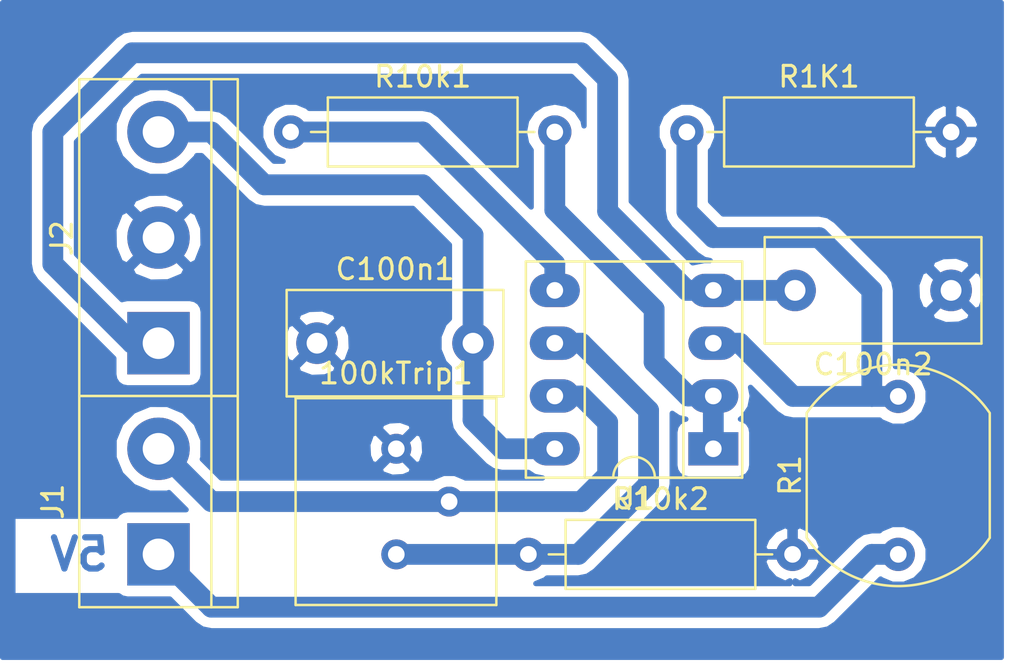
<source format=kicad_pcb>
(kicad_pcb (version 4) (host pcbnew 4.0.6)

  (general
    (links 19)
    (no_connects 0)
    (area 120.65 97.79 170.405 129.540001)
    (thickness 1.6)
    (drawings 2)
    (tracks 54)
    (zones 0)
    (modules 10)
    (nets 10)
  )

  (page A4)
  (layers
    (0 F.Cu signal)
    (31 B.Cu signal)
    (32 B.Adhes user)
    (33 F.Adhes user)
    (34 B.Paste user)
    (35 F.Paste user)
    (36 B.SilkS user)
    (37 F.SilkS user)
    (38 B.Mask user)
    (39 F.Mask user)
    (40 Dwgs.User user)
    (41 Cmts.User user)
    (42 Eco1.User user)
    (43 Eco2.User user)
    (44 Edge.Cuts user)
    (45 Margin user)
    (46 B.CrtYd user)
    (47 F.CrtYd user)
    (48 B.Fab user)
    (49 F.Fab user)
  )

  (setup
    (last_trace_width 1)
    (trace_clearance 0.5)
    (zone_clearance 0.508)
    (zone_45_only no)
    (trace_min 0.2)
    (segment_width 0.2)
    (edge_width 0.15)
    (via_size 2)
    (via_drill 1.5)
    (via_min_size 0.4)
    (via_min_drill 0.3)
    (uvia_size 0.3)
    (uvia_drill 0.1)
    (uvias_allowed no)
    (uvia_min_size 0.2)
    (uvia_min_drill 0.1)
    (pcb_text_width 0.3)
    (pcb_text_size 1.5 1.5)
    (mod_edge_width 0.15)
    (mod_text_size 1 1)
    (mod_text_width 0.15)
    (pad_size 1.524 1.524)
    (pad_drill 0.762)
    (pad_to_mask_clearance 0.2)
    (aux_axis_origin 0 0)
    (visible_elements 7FFFFFFF)
    (pcbplotparams
      (layerselection 0x00030_80000001)
      (usegerberextensions false)
      (excludeedgelayer true)
      (linewidth 0.100000)
      (plotframeref false)
      (viasonmask false)
      (mode 1)
      (useauxorigin false)
      (hpglpennumber 1)
      (hpglpenspeed 20)
      (hpglpendiameter 15)
      (hpglpenoverlay 2)
      (psnegative false)
      (psa4output false)
      (plotreference true)
      (plotvalue true)
      (plotinvisibletext false)
      (padsonsilk false)
      (subtractmaskfromsilk false)
      (outputformat 1)
      (mirror false)
      (drillshape 1)
      (scaleselection 1)
      (outputdirectory ""))
  )

  (net 0 "")
  (net 1 /GND)
  (net 2 /OUT)
  (net 3 "Net-(100kTrip1-Pad1)")
  (net 4 /+15V)
  (net 5 /-15V)
  (net 6 /5V)
  (net 7 "Net-(R1-Pad2)")
  (net 8 "Net-(R10k1-Pad1)")
  (net 9 "Net-(R10k1-Pad2)")

  (net_class Default "This is the default net class."
    (clearance 0.5)
    (trace_width 1)
    (via_dia 2)
    (via_drill 1.5)
    (uvia_dia 0.3)
    (uvia_drill 0.1)
    (add_net /+15V)
    (add_net /-15V)
    (add_net /5V)
    (add_net /GND)
    (add_net /OUT)
    (add_net "Net-(100kTrip1-Pad1)")
    (add_net "Net-(R1-Pad2)")
    (add_net "Net-(R10k1-Pad1)")
    (add_net "Net-(R10k1-Pad2)")
  )

  (module Potentiometers:Potentiometer_Trimmer_Suntan_TSR-3386P_Horizontal (layer F.Cu) (tedit 58826B09) (tstamp 5922EED1)
    (at 139.7 124.46)
    (descr "Potentiometer, horizontally mounted, Omeg PC16PU, Omeg PC16PU, Omeg PC16PU, Vishay/Spectrol 248GJ/249GJ Single, Vishay/Spectrol 248GJ/249GJ Single, Vishay/Spectrol 248GJ/249GJ Single, Vishay/Spectrol 248GH/249GH Single, Vishay/Spectrol 148/149 Single, Vishay/Spectrol 148/149 Single, Vishay/Spectrol 148/149 Single, Vishay/Spectrol 148A/149A Single with mounting plates, Vishay/Spectrol 148/149 Double, Vishay/Spectrol 148A/149A Double with mounting plates, Piher PC-16 Single, Piher PC-16 Single, Piher PC-16 Single, Piher PC-16SV Single, Piher PC-16 Double, Piher PC-16 Triple, Piher T16H Single, Piher T16L Single, Piher T16H Double, Alps RK163 Single, Alps RK163 Double, Alps RK097 Single, Alps RK097 Double, Bourns PTV09A-2 Single with mounting sleve Single, Bourns PTV09A-1 with mounting sleve Single, Bourns PRS11S Single, Alps RK09K Single with mounting sleve Single, Alps RK09K with mounting sleve Single, Alps RK09L Single, Alps RK09L Single, Alps RK09L Double, Alps RK09L Double, Alps RK09Y Single, Bourns 3339S Single, Bourns 3339S Single, Bourns 3339P Single, Bourns 3339H Single, Vishay T7YA Single, Suntan TSR-3386H Single, Suntan TSR-3386H Single, Suntan TSR-3386P Single, http://www.Suntan.com/docs/51016/TSR-3386.pdf")
    (tags "Potentiometer horizontal  Omeg PC16PU  Omeg PC16PU  Omeg PC16PU  Vishay/Spectrol 248GJ/249GJ Single  Vishay/Spectrol 248GJ/249GJ Single  Vishay/Spectrol 248GJ/249GJ Single  Vishay/Spectrol 248GH/249GH Single  Vishay/Spectrol 148/149 Single  Vishay/Spectrol 148/149 Single  Vishay/Spectrol 148/149 Single  Vishay/Spectrol 148A/149A Single with mounting plates  Vishay/Spectrol 148/149 Double  Vishay/Spectrol 148A/149A Double with mounting plates  Piher PC-16 Single  Piher PC-16 Single  Piher PC-16 Single  Piher PC-16SV Single  Piher PC-16 Double  Piher PC-16 Triple  Piher T16H Single  Piher T16L Single  Piher T16H Double  Alps RK163 Single  Alps RK163 Double  Alps RK097 Single  Alps RK097 Double  Bourns PTV09A-2 Single with mounting sleve Single  Bourns PTV09A-1 with mounting sleve Single  Bourns PRS11S Single  Alps RK09K Single with mounting sleve Single  Alps RK09K with mounting sleve Single  Alps RK09L Single  Alps RK09L Single  Alps RK09L Double  Alps RK09L Double  Alps RK09Y Single  Bourns 3339S Single  Bourns 3339S Single  Bourns 3339P Single  Bourns 3339H Single  Vishay T7YA Single  Suntan TSR-3386H Single  Suntan TSR-3386H Single  Suntan TSR-3386P Single")
    (path /5922E366)
    (fp_text reference 100kTrip1 (at -0.015 -8.705) (layer F.SilkS)
      (effects (font (size 1 1) (thickness 0.15)))
    )
    (fp_text value POT_TRIM (at -0.015 3.625) (layer F.Fab)
      (effects (font (size 1 1) (thickness 0.15)))
    )
    (fp_circle (center -0.89 -2.54) (end 0.685 -2.54) (layer F.Fab) (width 0.1))
    (fp_circle (center -0.891 -2.54) (end 0.684 -2.54) (layer F.Fab) (width 0.1))
    (fp_line (start -4.78 -7.455) (end -4.78 2.375) (layer F.Fab) (width 0.1))
    (fp_line (start -4.78 2.375) (end 4.75 2.375) (layer F.Fab) (width 0.1))
    (fp_line (start 4.75 2.375) (end 4.75 -7.455) (layer F.Fab) (width 0.1))
    (fp_line (start 4.75 -7.455) (end -4.78 -7.455) (layer F.Fab) (width 0.1))
    (fp_line (start 0.305 -3.542) (end -1.893 -1.345) (layer F.Fab) (width 0.1))
    (fp_line (start 0.113 -3.734) (end -2.085 -1.537) (layer F.Fab) (width 0.1))
    (fp_line (start -4.84 -7.515) (end 4.81 -7.515) (layer F.SilkS) (width 0.12))
    (fp_line (start -4.84 2.435) (end 4.81 2.435) (layer F.SilkS) (width 0.12))
    (fp_line (start -4.84 -7.515) (end -4.84 2.435) (layer F.SilkS) (width 0.12))
    (fp_line (start 4.81 -7.515) (end 4.81 2.435) (layer F.SilkS) (width 0.12))
    (fp_line (start -5.05 -7.75) (end -5.05 2.65) (layer F.CrtYd) (width 0.05))
    (fp_line (start -5.05 2.65) (end 5 2.65) (layer F.CrtYd) (width 0.05))
    (fp_line (start 5 2.65) (end 5 -7.75) (layer F.CrtYd) (width 0.05))
    (fp_line (start 5 -7.75) (end -5.05 -7.75) (layer F.CrtYd) (width 0.05))
    (pad 3 thru_hole circle (at 0 -5.08) (size 1.44 1.44) (drill 0.8) (layers *.Cu *.Mask)
      (net 1 /GND))
    (pad 2 thru_hole circle (at 2.54 -2.54) (size 1.44 1.44) (drill 0.8) (layers *.Cu *.Mask)
      (net 2 /OUT))
    (pad 1 thru_hole circle (at 0 0) (size 1.44 1.44) (drill 0.8) (layers *.Cu *.Mask)
      (net 3 "Net-(100kTrip1-Pad1)"))
    (model Potentiometers.3dshapes/Potentiometer_Trimmer_Suntan_TSR-3386P_Horizontal.wrl
      (at (xyz 0 0 0))
      (scale (xyz 0.393701 0.393701 0.393701))
      (rotate (xyz 0 0 0))
    )
  )

  (module Capacitors_THT:C_Rect_L10.3mm_W5.0mm_P7.50mm_MKS4 (layer F.Cu) (tedit 5920C257) (tstamp 5922EED7)
    (at 135.89 114.3)
    (descr "C, Rect series, Radial, pin pitch=7.50mm, , length*width=10.3*5mm^2, Capacitor, http://www.wima.com/EN/WIMA_MKS_4.pdf")
    (tags "C Rect series Radial pin pitch 7.50mm  length 10.3mm width 5mm Capacitor")
    (path /5922E78E)
    (fp_text reference C100n1 (at 3.75 -3.56) (layer F.SilkS)
      (effects (font (size 1 1) (thickness 0.15)))
    )
    (fp_text value C (at 3.75 3.56) (layer F.Fab)
      (effects (font (size 1 1) (thickness 0.15)))
    )
    (fp_text user %R (at 3.75 0) (layer F.Fab)
      (effects (font (size 1 1) (thickness 0.15)))
    )
    (fp_line (start -1.4 -2.5) (end -1.4 2.5) (layer F.Fab) (width 0.1))
    (fp_line (start -1.4 2.5) (end 8.9 2.5) (layer F.Fab) (width 0.1))
    (fp_line (start 8.9 2.5) (end 8.9 -2.5) (layer F.Fab) (width 0.1))
    (fp_line (start 8.9 -2.5) (end -1.4 -2.5) (layer F.Fab) (width 0.1))
    (fp_line (start -1.46 -2.56) (end 8.96 -2.56) (layer F.SilkS) (width 0.12))
    (fp_line (start -1.46 2.56) (end 8.96 2.56) (layer F.SilkS) (width 0.12))
    (fp_line (start -1.46 -2.56) (end -1.46 2.56) (layer F.SilkS) (width 0.12))
    (fp_line (start 8.96 -2.56) (end 8.96 2.56) (layer F.SilkS) (width 0.12))
    (fp_line (start -1.75 -2.85) (end -1.75 2.85) (layer F.CrtYd) (width 0.05))
    (fp_line (start -1.75 2.85) (end 9.25 2.85) (layer F.CrtYd) (width 0.05))
    (fp_line (start 9.25 2.85) (end 9.25 -2.85) (layer F.CrtYd) (width 0.05))
    (fp_line (start 9.25 -2.85) (end -1.75 -2.85) (layer F.CrtYd) (width 0.05))
    (pad 1 thru_hole circle (at 0 0) (size 2 2) (drill 1) (layers *.Cu *.Mask)
      (net 1 /GND))
    (pad 2 thru_hole circle (at 7.5 0) (size 2 2) (drill 1) (layers *.Cu *.Mask)
      (net 4 /+15V))
    (model ${KISYS3DMOD}/Capacitors_THT.3dshapes/C_Rect_L10.3mm_W5.0mm_P7.50mm_MKS4.wrl
      (at (xyz 0 0 0))
      (scale (xyz 0.393701 0.393701 0.393701))
      (rotate (xyz 0 0 0))
    )
  )

  (module Capacitors_THT:C_Rect_L10.3mm_W5.0mm_P7.50mm_MKS4 (layer F.Cu) (tedit 5920C257) (tstamp 5922EEDD)
    (at 166.37 111.76 180)
    (descr "C, Rect series, Radial, pin pitch=7.50mm, , length*width=10.3*5mm^2, Capacitor, http://www.wima.com/EN/WIMA_MKS_4.pdf")
    (tags "C Rect series Radial pin pitch 7.50mm  length 10.3mm width 5mm Capacitor")
    (path /5922E970)
    (fp_text reference C100n2 (at 3.75 -3.56 180) (layer F.SilkS)
      (effects (font (size 1 1) (thickness 0.15)))
    )
    (fp_text value C (at 3.75 3.56 180) (layer F.Fab)
      (effects (font (size 1 1) (thickness 0.15)))
    )
    (fp_text user %R (at 3.75 0 180) (layer F.Fab)
      (effects (font (size 1 1) (thickness 0.15)))
    )
    (fp_line (start -1.4 -2.5) (end -1.4 2.5) (layer F.Fab) (width 0.1))
    (fp_line (start -1.4 2.5) (end 8.9 2.5) (layer F.Fab) (width 0.1))
    (fp_line (start 8.9 2.5) (end 8.9 -2.5) (layer F.Fab) (width 0.1))
    (fp_line (start 8.9 -2.5) (end -1.4 -2.5) (layer F.Fab) (width 0.1))
    (fp_line (start -1.46 -2.56) (end 8.96 -2.56) (layer F.SilkS) (width 0.12))
    (fp_line (start -1.46 2.56) (end 8.96 2.56) (layer F.SilkS) (width 0.12))
    (fp_line (start -1.46 -2.56) (end -1.46 2.56) (layer F.SilkS) (width 0.12))
    (fp_line (start 8.96 -2.56) (end 8.96 2.56) (layer F.SilkS) (width 0.12))
    (fp_line (start -1.75 -2.85) (end -1.75 2.85) (layer F.CrtYd) (width 0.05))
    (fp_line (start -1.75 2.85) (end 9.25 2.85) (layer F.CrtYd) (width 0.05))
    (fp_line (start 9.25 2.85) (end 9.25 -2.85) (layer F.CrtYd) (width 0.05))
    (fp_line (start 9.25 -2.85) (end -1.75 -2.85) (layer F.CrtYd) (width 0.05))
    (pad 1 thru_hole circle (at 0 0 180) (size 2 2) (drill 1) (layers *.Cu *.Mask)
      (net 1 /GND))
    (pad 2 thru_hole circle (at 7.5 0 180) (size 2 2) (drill 1) (layers *.Cu *.Mask)
      (net 5 /-15V))
    (model ${KISYS3DMOD}/Capacitors_THT.3dshapes/C_Rect_L10.3mm_W5.0mm_P7.50mm_MKS4.wrl
      (at (xyz 0 0 0))
      (scale (xyz 0.393701 0.393701 0.393701))
      (rotate (xyz 0 0 0))
    )
  )

  (module Connectors01:bornier2 (layer F.Cu) (tedit 587FD522) (tstamp 5922EEE3)
    (at 128.27 124.46 90)
    (descr "Bornier d'alimentation 2 pins")
    (tags DEV)
    (path /592303FA)
    (fp_text reference J1 (at 2.54 -5.08 90) (layer F.SilkS)
      (effects (font (size 1 1) (thickness 0.15)))
    )
    (fp_text value CONN_01X02 (at 2.54 5.08 90) (layer F.Fab)
      (effects (font (size 1 1) (thickness 0.15)))
    )
    (fp_line (start -2.41 2.55) (end 7.49 2.55) (layer F.Fab) (width 0.1))
    (fp_line (start -2.46 -3.75) (end -2.46 3.75) (layer F.Fab) (width 0.1))
    (fp_line (start -2.46 3.75) (end 7.54 3.75) (layer F.Fab) (width 0.1))
    (fp_line (start 7.54 3.75) (end 7.54 -3.75) (layer F.Fab) (width 0.1))
    (fp_line (start 7.54 -3.75) (end -2.46 -3.75) (layer F.Fab) (width 0.1))
    (fp_line (start 7.62 2.54) (end -2.54 2.54) (layer F.SilkS) (width 0.12))
    (fp_line (start 7.62 3.81) (end 7.62 -3.81) (layer F.SilkS) (width 0.12))
    (fp_line (start 7.62 -3.81) (end -2.54 -3.81) (layer F.SilkS) (width 0.12))
    (fp_line (start -2.54 -3.81) (end -2.54 3.81) (layer F.SilkS) (width 0.12))
    (fp_line (start -2.54 3.81) (end 7.62 3.81) (layer F.SilkS) (width 0.12))
    (fp_line (start -2.71 -4) (end 7.79 -4) (layer F.CrtYd) (width 0.05))
    (fp_line (start -2.71 -4) (end -2.71 4) (layer F.CrtYd) (width 0.05))
    (fp_line (start 7.79 4) (end 7.79 -4) (layer F.CrtYd) (width 0.05))
    (fp_line (start 7.79 4) (end -2.71 4) (layer F.CrtYd) (width 0.05))
    (pad 1 thru_hole rect (at 0 0 90) (size 3 3) (drill 1.52) (layers *.Cu *.Mask)
      (net 6 /5V))
    (pad 2 thru_hole circle (at 5.08 0 90) (size 3 3) (drill 1.52) (layers *.Cu *.Mask)
      (net 2 /OUT))
    (model Connectors.3dshapes/bornier2.wrl
      (at (xyz 0 0 0))
      (scale (xyz 1 1 1))
      (rotate (xyz 0 0 0))
    )
  )

  (module Connectors:bornier3 (layer F.Cu) (tedit 587FD5F2) (tstamp 5922EEEA)
    (at 128.27 114.3 90)
    (descr "Bornier d'alimentation 3 pins")
    (tags DEV)
    (path /5923046B)
    (fp_text reference J2 (at 5.05 -4.65 90) (layer F.SilkS)
      (effects (font (size 1 1) (thickness 0.15)))
    )
    (fp_text value CONN_01X03 (at 5.08 5.08 90) (layer F.Fab)
      (effects (font (size 1 1) (thickness 0.15)))
    )
    (fp_line (start -2.47 2.55) (end 12.63 2.55) (layer F.Fab) (width 0.1))
    (fp_line (start -2.47 -3.75) (end 12.63 -3.75) (layer F.Fab) (width 0.1))
    (fp_line (start 12.63 -3.75) (end 12.63 3.75) (layer F.Fab) (width 0.1))
    (fp_line (start 12.63 3.75) (end -2.47 3.75) (layer F.Fab) (width 0.1))
    (fp_line (start -2.47 3.75) (end -2.47 -3.75) (layer F.Fab) (width 0.1))
    (fp_line (start -2.54 3.81) (end -2.54 -3.81) (layer F.SilkS) (width 0.12))
    (fp_line (start 12.7 3.81) (end 12.7 -3.81) (layer F.SilkS) (width 0.12))
    (fp_line (start -2.54 2.54) (end 12.7 2.54) (layer F.SilkS) (width 0.12))
    (fp_line (start -2.54 -3.81) (end 12.7 -3.81) (layer F.SilkS) (width 0.12))
    (fp_line (start -2.54 3.81) (end 12.7 3.81) (layer F.SilkS) (width 0.12))
    (fp_line (start -2.72 -4) (end 12.88 -4) (layer F.CrtYd) (width 0.05))
    (fp_line (start -2.72 -4) (end -2.72 4) (layer F.CrtYd) (width 0.05))
    (fp_line (start 12.88 4) (end 12.88 -4) (layer F.CrtYd) (width 0.05))
    (fp_line (start 12.88 4) (end -2.72 4) (layer F.CrtYd) (width 0.05))
    (pad 1 thru_hole rect (at 0 0 90) (size 3 3) (drill 1.52) (layers *.Cu *.Mask)
      (net 5 /-15V))
    (pad 2 thru_hole circle (at 5.08 0 90) (size 3 3) (drill 1.52) (layers *.Cu *.Mask)
      (net 1 /GND))
    (pad 3 thru_hole circle (at 10.16 0 90) (size 3 3) (drill 1.52) (layers *.Cu *.Mask)
      (net 4 /+15V))
    (model Connectors.3dshapes/bornier3.wrl
      (at (xyz 0 0 0))
      (scale (xyz 1 1 1))
      (rotate (xyz 0 0 0))
    )
  )

  (module Opto-Devices:Resistor_LDR_10x8.5_RM7.6 (layer F.Cu) (tedit 588BD0EB) (tstamp 5922EEF0)
    (at 163.83 124.46 90)
    (descr "Resistor, LDR 10x8.5mm")
    (tags "Resistor LDR10.8.5mm")
    (path /5922E10B)
    (fp_text reference R1 (at 3.8 -5.2 90) (layer F.SilkS)
      (effects (font (size 1 1) (thickness 0.15)))
    )
    (fp_text value LDR03 (at 3.7 5.2 90) (layer F.Fab)
      (effects (font (size 1 1) (thickness 0.15)))
    )
    (fp_line (start 0.8 4.4) (end 6.8 4.4) (layer F.SilkS) (width 0.12))
    (fp_line (start 0.8 -4.4) (end 6.8 -4.4) (layer F.SilkS) (width 0.12))
    (fp_line (start 2.9 -1.8) (end 4.7 -1.8) (layer F.Fab) (width 0.1))
    (fp_line (start 4.7 -1.8) (end 4.7 -1.2) (layer F.Fab) (width 0.1))
    (fp_line (start 4.7 -1.2) (end 2.9 -1.2) (layer F.Fab) (width 0.1))
    (fp_line (start 2.9 -1.2) (end 2.9 -0.6) (layer F.Fab) (width 0.1))
    (fp_line (start 2.9 -0.6) (end 4.7 -0.6) (layer F.Fab) (width 0.1))
    (fp_line (start 4.7 -0.6) (end 4.7 0) (layer F.Fab) (width 0.1))
    (fp_line (start 4.7 0) (end 2.9 0) (layer F.Fab) (width 0.1))
    (fp_line (start 2.9 0) (end 2.9 0.6) (layer F.Fab) (width 0.1))
    (fp_line (start 2.9 0.6) (end 4.7 0.6) (layer F.Fab) (width 0.1))
    (fp_line (start 4.7 0.6) (end 4.7 1.2) (layer F.Fab) (width 0.1))
    (fp_line (start 4.7 1.2) (end 2.9 1.2) (layer F.Fab) (width 0.1))
    (fp_line (start 2.9 1.2) (end 2.9 1.8) (layer F.Fab) (width 0.1))
    (fp_line (start 2.9 1.8) (end 4.7 1.8) (layer F.Fab) (width 0.1))
    (fp_line (start 6.8 4.25) (end 0.8 4.25) (layer F.Fab) (width 0.1))
    (fp_line (start 0.8 -4.25) (end 6.8 -4.25) (layer F.Fab) (width 0.1))
    (fp_line (start -1.65 -4.5) (end 9.25 -4.5) (layer F.CrtYd) (width 0.05))
    (fp_line (start -1.65 -4.5) (end -1.65 4.5) (layer F.CrtYd) (width 0.05))
    (fp_line (start 9.25 4.5) (end 9.25 -4.5) (layer F.CrtYd) (width 0.05))
    (fp_line (start 9.25 4.5) (end -1.65 4.5) (layer F.CrtYd) (width 0.05))
    (fp_arc (start 3.8 0) (end 0.8 4.4) (angle 111) (layer F.SilkS) (width 0.12))
    (fp_arc (start 3.8 0) (end 6.8 -4.4) (angle 111) (layer F.SilkS) (width 0.12))
    (fp_arc (start 3.8 0) (end 6.8 -4.25) (angle 109) (layer F.Fab) (width 0.1))
    (fp_arc (start 3.8 0) (end 0.8 4.25) (angle 109) (layer F.Fab) (width 0.1))
    (pad 1 thru_hole circle (at 0 0 90) (size 1.6 1.6) (drill 0.8) (layers *.Cu *.Mask)
      (net 6 /5V))
    (pad 2 thru_hole circle (at 7.6 0 90) (size 1.6 1.6) (drill 0.8) (layers *.Cu *.Mask)
      (net 7 "Net-(R1-Pad2)"))
  )

  (module Resistors_THT:R_Axial_DIN0309_L9.0mm_D3.2mm_P12.70mm_Horizontal (layer F.Cu) (tedit 5874F706) (tstamp 5922EEF6)
    (at 153.67 104.14)
    (descr "Resistor, Axial_DIN0309 series, Axial, Horizontal, pin pitch=12.7mm, 0.5W = 1/2W, length*diameter=9*3.2mm^2, http://cdn-reichelt.de/documents/datenblatt/B400/1_4W%23YAG.pdf")
    (tags "Resistor Axial_DIN0309 series Axial Horizontal pin pitch 12.7mm 0.5W = 1/2W length 9mm diameter 3.2mm")
    (path /5922E1DE)
    (fp_text reference R1K1 (at 6.35 -2.66) (layer F.SilkS)
      (effects (font (size 1 1) (thickness 0.15)))
    )
    (fp_text value R (at 6.35 2.66) (layer F.Fab)
      (effects (font (size 1 1) (thickness 0.15)))
    )
    (fp_line (start 1.85 -1.6) (end 1.85 1.6) (layer F.Fab) (width 0.1))
    (fp_line (start 1.85 1.6) (end 10.85 1.6) (layer F.Fab) (width 0.1))
    (fp_line (start 10.85 1.6) (end 10.85 -1.6) (layer F.Fab) (width 0.1))
    (fp_line (start 10.85 -1.6) (end 1.85 -1.6) (layer F.Fab) (width 0.1))
    (fp_line (start 0 0) (end 1.85 0) (layer F.Fab) (width 0.1))
    (fp_line (start 12.7 0) (end 10.85 0) (layer F.Fab) (width 0.1))
    (fp_line (start 1.79 -1.66) (end 1.79 1.66) (layer F.SilkS) (width 0.12))
    (fp_line (start 1.79 1.66) (end 10.91 1.66) (layer F.SilkS) (width 0.12))
    (fp_line (start 10.91 1.66) (end 10.91 -1.66) (layer F.SilkS) (width 0.12))
    (fp_line (start 10.91 -1.66) (end 1.79 -1.66) (layer F.SilkS) (width 0.12))
    (fp_line (start 0.98 0) (end 1.79 0) (layer F.SilkS) (width 0.12))
    (fp_line (start 11.72 0) (end 10.91 0) (layer F.SilkS) (width 0.12))
    (fp_line (start -1.05 -1.95) (end -1.05 1.95) (layer F.CrtYd) (width 0.05))
    (fp_line (start -1.05 1.95) (end 13.75 1.95) (layer F.CrtYd) (width 0.05))
    (fp_line (start 13.75 1.95) (end 13.75 -1.95) (layer F.CrtYd) (width 0.05))
    (fp_line (start 13.75 -1.95) (end -1.05 -1.95) (layer F.CrtYd) (width 0.05))
    (pad 1 thru_hole circle (at 0 0) (size 1.6 1.6) (drill 0.8) (layers *.Cu *.Mask)
      (net 7 "Net-(R1-Pad2)"))
    (pad 2 thru_hole oval (at 12.7 0) (size 1.6 1.6) (drill 0.8) (layers *.Cu *.Mask)
      (net 1 /GND))
    (model Resistors_THT.3dshapes/R_Axial_DIN0309_L9.0mm_D3.2mm_P12.70mm_Horizontal.wrl
      (at (xyz 0 0 0))
      (scale (xyz 0.393701 0.393701 0.393701))
      (rotate (xyz 0 0 0))
    )
  )

  (module Resistors_THT:R_Axial_DIN0309_L9.0mm_D3.2mm_P12.70mm_Horizontal (layer F.Cu) (tedit 5874F706) (tstamp 5922EEFC)
    (at 134.62 104.14)
    (descr "Resistor, Axial_DIN0309 series, Axial, Horizontal, pin pitch=12.7mm, 0.5W = 1/2W, length*diameter=9*3.2mm^2, http://cdn-reichelt.de/documents/datenblatt/B400/1_4W%23YAG.pdf")
    (tags "Resistor Axial_DIN0309 series Axial Horizontal pin pitch 12.7mm 0.5W = 1/2W length 9mm diameter 3.2mm")
    (path /5922EAAB)
    (fp_text reference R10k1 (at 6.35 -2.66) (layer F.SilkS)
      (effects (font (size 1 1) (thickness 0.15)))
    )
    (fp_text value R (at 6.35 2.66) (layer F.Fab)
      (effects (font (size 1 1) (thickness 0.15)))
    )
    (fp_line (start 1.85 -1.6) (end 1.85 1.6) (layer F.Fab) (width 0.1))
    (fp_line (start 1.85 1.6) (end 10.85 1.6) (layer F.Fab) (width 0.1))
    (fp_line (start 10.85 1.6) (end 10.85 -1.6) (layer F.Fab) (width 0.1))
    (fp_line (start 10.85 -1.6) (end 1.85 -1.6) (layer F.Fab) (width 0.1))
    (fp_line (start 0 0) (end 1.85 0) (layer F.Fab) (width 0.1))
    (fp_line (start 12.7 0) (end 10.85 0) (layer F.Fab) (width 0.1))
    (fp_line (start 1.79 -1.66) (end 1.79 1.66) (layer F.SilkS) (width 0.12))
    (fp_line (start 1.79 1.66) (end 10.91 1.66) (layer F.SilkS) (width 0.12))
    (fp_line (start 10.91 1.66) (end 10.91 -1.66) (layer F.SilkS) (width 0.12))
    (fp_line (start 10.91 -1.66) (end 1.79 -1.66) (layer F.SilkS) (width 0.12))
    (fp_line (start 0.98 0) (end 1.79 0) (layer F.SilkS) (width 0.12))
    (fp_line (start 11.72 0) (end 10.91 0) (layer F.SilkS) (width 0.12))
    (fp_line (start -1.05 -1.95) (end -1.05 1.95) (layer F.CrtYd) (width 0.05))
    (fp_line (start -1.05 1.95) (end 13.75 1.95) (layer F.CrtYd) (width 0.05))
    (fp_line (start 13.75 1.95) (end 13.75 -1.95) (layer F.CrtYd) (width 0.05))
    (fp_line (start 13.75 -1.95) (end -1.05 -1.95) (layer F.CrtYd) (width 0.05))
    (pad 1 thru_hole circle (at 0 0) (size 1.6 1.6) (drill 0.8) (layers *.Cu *.Mask)
      (net 8 "Net-(R10k1-Pad1)"))
    (pad 2 thru_hole oval (at 12.7 0) (size 1.6 1.6) (drill 0.8) (layers *.Cu *.Mask)
      (net 9 "Net-(R10k1-Pad2)"))
    (model Resistors_THT.3dshapes/R_Axial_DIN0309_L9.0mm_D3.2mm_P12.70mm_Horizontal.wrl
      (at (xyz 0 0 0))
      (scale (xyz 0.393701 0.393701 0.393701))
      (rotate (xyz 0 0 0))
    )
  )

  (module Resistors_THT:R_Axial_DIN0309_L9.0mm_D3.2mm_P12.70mm_Horizontal (layer F.Cu) (tedit 5874F706) (tstamp 5922EF02)
    (at 146.05 124.46)
    (descr "Resistor, Axial_DIN0309 series, Axial, Horizontal, pin pitch=12.7mm, 0.5W = 1/2W, length*diameter=9*3.2mm^2, http://cdn-reichelt.de/documents/datenblatt/B400/1_4W%23YAG.pdf")
    (tags "Resistor Axial_DIN0309 series Axial Horizontal pin pitch 12.7mm 0.5W = 1/2W length 9mm diameter 3.2mm")
    (path /5922E466)
    (fp_text reference R10k2 (at 6.35 -2.66) (layer F.SilkS)
      (effects (font (size 1 1) (thickness 0.15)))
    )
    (fp_text value R (at 6.35 2.66) (layer F.Fab)
      (effects (font (size 1 1) (thickness 0.15)))
    )
    (fp_line (start 1.85 -1.6) (end 1.85 1.6) (layer F.Fab) (width 0.1))
    (fp_line (start 1.85 1.6) (end 10.85 1.6) (layer F.Fab) (width 0.1))
    (fp_line (start 10.85 1.6) (end 10.85 -1.6) (layer F.Fab) (width 0.1))
    (fp_line (start 10.85 -1.6) (end 1.85 -1.6) (layer F.Fab) (width 0.1))
    (fp_line (start 0 0) (end 1.85 0) (layer F.Fab) (width 0.1))
    (fp_line (start 12.7 0) (end 10.85 0) (layer F.Fab) (width 0.1))
    (fp_line (start 1.79 -1.66) (end 1.79 1.66) (layer F.SilkS) (width 0.12))
    (fp_line (start 1.79 1.66) (end 10.91 1.66) (layer F.SilkS) (width 0.12))
    (fp_line (start 10.91 1.66) (end 10.91 -1.66) (layer F.SilkS) (width 0.12))
    (fp_line (start 10.91 -1.66) (end 1.79 -1.66) (layer F.SilkS) (width 0.12))
    (fp_line (start 0.98 0) (end 1.79 0) (layer F.SilkS) (width 0.12))
    (fp_line (start 11.72 0) (end 10.91 0) (layer F.SilkS) (width 0.12))
    (fp_line (start -1.05 -1.95) (end -1.05 1.95) (layer F.CrtYd) (width 0.05))
    (fp_line (start -1.05 1.95) (end 13.75 1.95) (layer F.CrtYd) (width 0.05))
    (fp_line (start 13.75 1.95) (end 13.75 -1.95) (layer F.CrtYd) (width 0.05))
    (fp_line (start 13.75 -1.95) (end -1.05 -1.95) (layer F.CrtYd) (width 0.05))
    (pad 1 thru_hole circle (at 0 0) (size 1.6 1.6) (drill 0.8) (layers *.Cu *.Mask)
      (net 3 "Net-(100kTrip1-Pad1)"))
    (pad 2 thru_hole oval (at 12.7 0) (size 1.6 1.6) (drill 0.8) (layers *.Cu *.Mask)
      (net 1 /GND))
    (model Resistors_THT.3dshapes/R_Axial_DIN0309_L9.0mm_D3.2mm_P12.70mm_Horizontal.wrl
      (at (xyz 0 0 0))
      (scale (xyz 0.393701 0.393701 0.393701))
      (rotate (xyz 0 0 0))
    )
  )

  (module Housings_DIP:DIP-8_W7.62mm_Socket_LongPads (layer F.Cu) (tedit 58CC8E33) (tstamp 5922EF0E)
    (at 154.94 119.38 180)
    (descr "8-lead dip package, row spacing 7.62 mm (300 mils), Socket, LongPads")
    (tags "DIL DIP PDIP 2.54mm 7.62mm 300mil Socket LongPads")
    (path /5922E037)
    (fp_text reference U1 (at 3.81 -2.39 180) (layer F.SilkS)
      (effects (font (size 1 1) (thickness 0.15)))
    )
    (fp_text value TL082 (at 3.81 10.01 180) (layer F.Fab)
      (effects (font (size 1 1) (thickness 0.15)))
    )
    (fp_text user %R (at 3.81 3.81 180) (layer F.Fab)
      (effects (font (size 1 1) (thickness 0.15)))
    )
    (fp_line (start 1.635 -1.27) (end 6.985 -1.27) (layer F.Fab) (width 0.1))
    (fp_line (start 6.985 -1.27) (end 6.985 8.89) (layer F.Fab) (width 0.1))
    (fp_line (start 6.985 8.89) (end 0.635 8.89) (layer F.Fab) (width 0.1))
    (fp_line (start 0.635 8.89) (end 0.635 -0.27) (layer F.Fab) (width 0.1))
    (fp_line (start 0.635 -0.27) (end 1.635 -1.27) (layer F.Fab) (width 0.1))
    (fp_line (start -1.27 -1.27) (end -1.27 8.89) (layer F.Fab) (width 0.1))
    (fp_line (start -1.27 8.89) (end 8.89 8.89) (layer F.Fab) (width 0.1))
    (fp_line (start 8.89 8.89) (end 8.89 -1.27) (layer F.Fab) (width 0.1))
    (fp_line (start 8.89 -1.27) (end -1.27 -1.27) (layer F.Fab) (width 0.1))
    (fp_line (start 2.81 -1.39) (end 1.44 -1.39) (layer F.SilkS) (width 0.12))
    (fp_line (start 1.44 -1.39) (end 1.44 9.01) (layer F.SilkS) (width 0.12))
    (fp_line (start 1.44 9.01) (end 6.18 9.01) (layer F.SilkS) (width 0.12))
    (fp_line (start 6.18 9.01) (end 6.18 -1.39) (layer F.SilkS) (width 0.12))
    (fp_line (start 6.18 -1.39) (end 4.81 -1.39) (layer F.SilkS) (width 0.12))
    (fp_line (start -1.39 -1.39) (end -1.39 9.01) (layer F.SilkS) (width 0.12))
    (fp_line (start -1.39 9.01) (end 9.01 9.01) (layer F.SilkS) (width 0.12))
    (fp_line (start 9.01 9.01) (end 9.01 -1.39) (layer F.SilkS) (width 0.12))
    (fp_line (start 9.01 -1.39) (end -1.39 -1.39) (layer F.SilkS) (width 0.12))
    (fp_line (start -1.7 -1.7) (end -1.7 9.3) (layer F.CrtYd) (width 0.05))
    (fp_line (start -1.7 9.3) (end 9.3 9.3) (layer F.CrtYd) (width 0.05))
    (fp_line (start 9.3 9.3) (end 9.3 -1.7) (layer F.CrtYd) (width 0.05))
    (fp_line (start 9.3 -1.7) (end -1.7 -1.7) (layer F.CrtYd) (width 0.05))
    (fp_arc (start 3.81 -1.39) (end 2.81 -1.39) (angle -180) (layer F.SilkS) (width 0.12))
    (pad 1 thru_hole rect (at 0 0 180) (size 2.4 1.6) (drill 0.8) (layers *.Cu *.Mask)
      (net 9 "Net-(R10k1-Pad2)"))
    (pad 5 thru_hole oval (at 7.62 7.62 180) (size 2.4 1.6) (drill 0.8) (layers *.Cu *.Mask)
      (net 8 "Net-(R10k1-Pad1)"))
    (pad 2 thru_hole oval (at 0 2.54 180) (size 2.4 1.6) (drill 0.8) (layers *.Cu *.Mask)
      (net 9 "Net-(R10k1-Pad2)"))
    (pad 6 thru_hole oval (at 7.62 5.08 180) (size 2.4 1.6) (drill 0.8) (layers *.Cu *.Mask)
      (net 3 "Net-(100kTrip1-Pad1)"))
    (pad 3 thru_hole oval (at 0 5.08 180) (size 2.4 1.6) (drill 0.8) (layers *.Cu *.Mask)
      (net 7 "Net-(R1-Pad2)"))
    (pad 7 thru_hole oval (at 7.62 2.54 180) (size 2.4 1.6) (drill 0.8) (layers *.Cu *.Mask)
      (net 2 /OUT))
    (pad 4 thru_hole oval (at 0 7.62 180) (size 2.4 1.6) (drill 0.8) (layers *.Cu *.Mask)
      (net 5 /-15V))
    (pad 8 thru_hole oval (at 7.62 0 180) (size 2.4 1.6) (drill 0.8) (layers *.Cu *.Mask)
      (net 4 /+15V))
    (model ${KISYS3DMOD}/Housings_DIP.3dshapes/DIP-8_W7.62mm_Socket_LongPads.wrl
      (at (xyz 0 0 0))
      (scale (xyz 1 1 1))
      (rotate (xyz 0 0 0))
    )
  )

  (gr_text "BUCETA\n" (at 164.6682 128.3589) (layer B.Cu)
    (effects (font (size 1.5 1.5) (thickness 0.3)) (justify mirror))
  )
  (gr_text "5V\n" (at 124.46 124.46) (layer B.Cu)
    (effects (font (size 1.5 1.5) (thickness 0.3)) (justify mirror))
  )

  (segment (start 147.32 116.84) (end 148.59 116.84) (width 1) (layer B.Cu) (net 2))
  (segment (start 148.59 121.92) (end 142.24 121.92) (width 1) (layer B.Cu) (net 2) (tstamp 5922F265))
  (segment (start 149.86 120.65) (end 148.59 121.92) (width 1) (layer B.Cu) (net 2) (tstamp 5922F264))
  (segment (start 149.86 118.11) (end 149.86 120.65) (width 1) (layer B.Cu) (net 2) (tstamp 5922F263))
  (segment (start 148.59 116.84) (end 149.86 118.11) (width 1) (layer B.Cu) (net 2) (tstamp 5922F262))
  (segment (start 142.24 121.92) (end 130.81 121.92) (width 1) (layer B.Cu) (net 2))
  (segment (start 130.81 121.92) (end 128.27 119.38) (width 1) (layer B.Cu) (net 2) (tstamp 5922F243))
  (segment (start 146.05 124.46) (end 148.4503 124.46) (width 1) (layer B.Cu) (net 3) (status 400000))
  (segment (start 148.59 114.3) (end 147.32 114.3) (width 1) (layer B.Cu) (net 3) (tstamp 5928BB64) (status 800000))
  (segment (start 151.8285 117.5385) (end 148.59 114.3) (width 1) (layer B.Cu) (net 3) (tstamp 5928BB5E))
  (segment (start 151.8285 121.0818) (end 151.8285 117.5385) (width 1) (layer B.Cu) (net 3) (tstamp 5928BB5C))
  (segment (start 148.4503 124.46) (end 151.8285 121.0818) (width 1) (layer B.Cu) (net 3) (tstamp 5928BB58))
  (segment (start 139.7 124.46) (end 146.05 124.46) (width 1) (layer B.Cu) (net 3))
  (segment (start 147.32 119.38) (end 144.78 119.38) (width 1) (layer B.Cu) (net 4))
  (segment (start 143.39 117.99) (end 143.39 114.3) (width 1) (layer B.Cu) (net 4) (tstamp 5922F25F))
  (segment (start 144.78 119.38) (end 143.39 117.99) (width 1) (layer B.Cu) (net 4) (tstamp 5922F25E))
  (segment (start 128.27 104.14) (end 130.81 104.14) (width 1) (layer B.Cu) (net 4))
  (segment (start 143.39 109.1) (end 143.39 114.3) (width 1) (layer B.Cu) (net 4) (tstamp 5922F251))
  (segment (start 140.97 106.68) (end 143.39 109.1) (width 1) (layer B.Cu) (net 4) (tstamp 5922F250))
  (segment (start 133.35 106.68) (end 140.97 106.68) (width 1) (layer B.Cu) (net 4) (tstamp 5922F24F))
  (segment (start 130.81 104.14) (end 133.35 106.68) (width 1) (layer B.Cu) (net 4) (tstamp 5922F24E))
  (segment (start 154.94 111.76) (end 153.67 111.76) (width 1) (layer B.Cu) (net 5))
  (segment (start 123.19 110.49) (end 127 114.3) (width 1) (layer B.Cu) (net 5) (tstamp 5922F30D))
  (segment (start 123.19 104.14) (end 123.19 110.49) (width 1) (layer B.Cu) (net 5) (tstamp 5922F30C))
  (segment (start 127 100.33) (end 123.19 104.14) (width 1) (layer B.Cu) (net 5) (tstamp 5922F309))
  (segment (start 148.59 100.33) (end 127 100.33) (width 1) (layer B.Cu) (net 5) (tstamp 5922F305))
  (segment (start 149.86 101.6) (end 148.59 100.33) (width 1) (layer B.Cu) (net 5) (tstamp 5922F304))
  (segment (start 149.86 107.95) (end 149.86 101.6) (width 1) (layer B.Cu) (net 5) (tstamp 5922F300))
  (segment (start 153.67 111.76) (end 149.86 107.95) (width 1) (layer B.Cu) (net 5) (tstamp 5922F2FD))
  (segment (start 127 114.3) (end 128.27 114.3) (width 1) (layer B.Cu) (net 5) (tstamp 5922F30F))
  (segment (start 158.87 111.76) (end 154.94 111.76) (width 1) (layer B.Cu) (net 5))
  (segment (start 128.27 114.3) (end 127 114.3) (width 1) (layer B.Cu) (net 5))
  (segment (start 163.83 124.46) (end 162.56 124.46) (width 1) (layer B.Cu) (net 6))
  (segment (start 130.81 127) (end 128.27 124.46) (width 1) (layer B.Cu) (net 6) (tstamp 5922F397))
  (segment (start 160.02 127) (end 130.81 127) (width 1) (layer B.Cu) (net 6) (tstamp 5922F396))
  (segment (start 162.56 124.46) (end 160.02 127) (width 1) (layer B.Cu) (net 6) (tstamp 5922F395))
  (segment (start 153.67 104.14) (end 153.67 107.95) (width 1) (layer B.Cu) (net 7))
  (segment (start 162.56 111.76) (end 162.56 116.86) (width 1) (layer B.Cu) (net 7) (tstamp 5922F39D))
  (segment (start 160.02 109.22) (end 162.56 111.76) (width 1) (layer B.Cu) (net 7) (tstamp 5922F39C))
  (segment (start 154.94 109.22) (end 160.02 109.22) (width 1) (layer B.Cu) (net 7) (tstamp 5922F39B))
  (segment (start 153.67 107.95) (end 154.94 109.22) (width 1) (layer B.Cu) (net 7) (tstamp 5922F39A))
  (segment (start 163.83 116.86) (end 162.56 116.86) (width 1) (layer B.Cu) (net 7))
  (segment (start 162.56 116.86) (end 158.77 116.86) (width 1) (layer B.Cu) (net 7) (tstamp 5922F3A0))
  (segment (start 156.21 114.3) (end 154.94 114.3) (width 1) (layer B.Cu) (net 7) (tstamp 5922F392))
  (segment (start 158.77 116.86) (end 156.21 114.3) (width 1) (layer B.Cu) (net 7) (tstamp 5922F391))
  (segment (start 134.62 104.14) (end 140.97 104.14) (width 1) (layer B.Cu) (net 8))
  (segment (start 147.32 110.49) (end 147.32 111.76) (width 1) (layer B.Cu) (net 8) (tstamp 5922F24B))
  (segment (start 140.97 104.14) (end 147.32 110.49) (width 1) (layer B.Cu) (net 8) (tstamp 5922F24A))
  (segment (start 154.94 116.84) (end 153.7208 116.84) (width 1) (layer B.Cu) (net 9) (status 400000))
  (segment (start 147.32 107.8865) (end 147.32 104.14) (width 1) (layer B.Cu) (net 9) (tstamp 5928BB55) (status 800000))
  (segment (start 152.0952 112.6617) (end 147.32 107.8865) (width 1) (layer B.Cu) (net 9) (tstamp 5928BB51))
  (segment (start 152.0952 115.2144) (end 152.0952 112.6617) (width 1) (layer B.Cu) (net 9) (tstamp 5928BB4E))
  (segment (start 153.7208 116.84) (end 152.0952 115.2144) (width 1) (layer B.Cu) (net 9) (tstamp 5928BB4B))
  (segment (start 154.94 116.84) (end 154.94 119.38) (width 1) (layer B.Cu) (net 9))

  (zone (net 1) (net_name /GND) (layer B.Cu) (tstamp 5922F3A2) (hatch edge 0.508)
    (connect_pads (clearance 0.508))
    (min_thickness 0.254)
    (fill yes (arc_segments 16) (thermal_gap 0.508) (thermal_bridge_width 0.508))
    (polygon
      (pts
        (xy 168.91 129.54) (xy 120.65 129.54) (xy 120.65 97.79) (xy 168.91 97.79)
      )
    )
    (filled_polygon
      (pts
        (xy 168.783 129.413) (xy 120.777 129.413) (xy 120.777 122.625) (xy 121.269286 122.625) (xy 121.269286 126.445)
        (xy 126.355025 126.445) (xy 126.51811 126.556431) (xy 126.77 126.60744) (xy 128.812307 126.60744) (xy 130.007433 127.802566)
        (xy 130.375654 128.048603) (xy 130.81 128.135) (xy 160.02 128.135) (xy 160.454346 128.048603) (xy 160.822566 127.802566)
        (xy 162.982722 125.642411) (xy 163.016077 125.675824) (xy 163.543309 125.89475) (xy 164.114187 125.895248) (xy 164.6418 125.677243)
        (xy 165.045824 125.273923) (xy 165.26475 124.746691) (xy 165.265248 124.175813) (xy 165.047243 123.6482) (xy 164.643923 123.244176)
        (xy 164.116691 123.02525) (xy 163.545813 123.024752) (xy 163.0182 123.242757) (xy 162.935813 123.325) (xy 162.56 123.325)
        (xy 162.125654 123.411397) (xy 161.757433 123.657434) (xy 159.549868 125.865) (xy 158.877002 125.865) (xy 158.877002 125.73063)
        (xy 159.099041 125.851914) (xy 159.605134 125.612389) (xy 159.981041 125.197423) (xy 160.141904 124.809039) (xy 160.019915 124.587)
        (xy 158.877 124.587) (xy 158.877 124.607) (xy 158.623 124.607) (xy 158.623 124.587) (xy 157.480085 124.587)
        (xy 157.358096 124.809039) (xy 157.518959 125.197423) (xy 157.894866 125.612389) (xy 158.400959 125.851914) (xy 158.622998 125.73063)
        (xy 158.622998 125.865) (xy 146.407393 125.865) (xy 146.8618 125.677243) (xy 146.944187 125.595) (xy 148.4503 125.595)
        (xy 148.884646 125.508603) (xy 149.252866 125.262566) (xy 150.404471 124.110961) (xy 157.358096 124.110961) (xy 157.480085 124.333)
        (xy 158.623 124.333) (xy 158.623 123.189371) (xy 158.877 123.189371) (xy 158.877 124.333) (xy 160.019915 124.333)
        (xy 160.141904 124.110961) (xy 159.981041 123.722577) (xy 159.605134 123.307611) (xy 159.099041 123.068086) (xy 158.877 123.189371)
        (xy 158.623 123.189371) (xy 158.400959 123.068086) (xy 157.894866 123.307611) (xy 157.518959 123.722577) (xy 157.358096 124.110961)
        (xy 150.404471 124.110961) (xy 152.631066 121.884366) (xy 152.788138 121.649291) (xy 152.877103 121.516146) (xy 152.9635 121.0818)
        (xy 152.9635 117.672813) (xy 153.286455 117.888604) (xy 153.62049 117.955047) (xy 153.504683 117.976838) (xy 153.288559 118.11591)
        (xy 153.143569 118.32811) (xy 153.09256 118.58) (xy 153.09256 120.18) (xy 153.136838 120.415317) (xy 153.27591 120.631441)
        (xy 153.48811 120.776431) (xy 153.74 120.82744) (xy 156.14 120.82744) (xy 156.375317 120.783162) (xy 156.591441 120.64409)
        (xy 156.736431 120.43189) (xy 156.78744 120.18) (xy 156.78744 118.58) (xy 156.743162 118.344683) (xy 156.60409 118.128559)
        (xy 156.39189 117.983569) (xy 156.242926 117.953403) (xy 156.390648 117.854698) (xy 156.701717 117.389151) (xy 156.81095 116.84)
        (xy 156.728037 116.423169) (xy 157.967434 117.662566) (xy 158.335654 117.908603) (xy 158.77 117.995) (xy 162.935394 117.995)
        (xy 163.016077 118.075824) (xy 163.543309 118.29475) (xy 164.114187 118.295248) (xy 164.6418 118.077243) (xy 165.045824 117.673923)
        (xy 165.26475 117.146691) (xy 165.265248 116.575813) (xy 165.047243 116.0482) (xy 164.643923 115.644176) (xy 164.116691 115.42525)
        (xy 163.695 115.424882) (xy 163.695 112.912532) (xy 165.397073 112.912532) (xy 165.495736 113.179387) (xy 166.105461 113.405908)
        (xy 166.75546 113.381856) (xy 167.244264 113.179387) (xy 167.342927 112.912532) (xy 166.37 111.939605) (xy 165.397073 112.912532)
        (xy 163.695 112.912532) (xy 163.695 111.76) (xy 163.64238 111.495461) (xy 164.724092 111.495461) (xy 164.748144 112.14546)
        (xy 164.950613 112.634264) (xy 165.217468 112.732927) (xy 166.190395 111.76) (xy 166.549605 111.76) (xy 167.522532 112.732927)
        (xy 167.789387 112.634264) (xy 168.015908 112.024539) (xy 167.991856 111.37454) (xy 167.789387 110.885736) (xy 167.522532 110.787073)
        (xy 166.549605 111.76) (xy 166.190395 111.76) (xy 165.217468 110.787073) (xy 164.950613 110.885736) (xy 164.724092 111.495461)
        (xy 163.64238 111.495461) (xy 163.608603 111.325654) (xy 163.426247 111.052739) (xy 163.362566 110.957433) (xy 163.012601 110.607468)
        (xy 165.397073 110.607468) (xy 166.37 111.580395) (xy 167.342927 110.607468) (xy 167.244264 110.340613) (xy 166.634539 110.114092)
        (xy 165.98454 110.138144) (xy 165.495736 110.340613) (xy 165.397073 110.607468) (xy 163.012601 110.607468) (xy 160.822566 108.417434)
        (xy 160.642973 108.297434) (xy 160.454346 108.171397) (xy 160.02 108.085) (xy 155.410132 108.085) (xy 154.805 107.479868)
        (xy 154.805 105.034606) (xy 154.885824 104.953923) (xy 155.07886 104.489039) (xy 164.978096 104.489039) (xy 165.138959 104.877423)
        (xy 165.514866 105.292389) (xy 166.020959 105.531914) (xy 166.243 105.410629) (xy 166.243 104.267) (xy 166.497 104.267)
        (xy 166.497 105.410629) (xy 166.719041 105.531914) (xy 167.225134 105.292389) (xy 167.601041 104.877423) (xy 167.761904 104.489039)
        (xy 167.639915 104.267) (xy 166.497 104.267) (xy 166.243 104.267) (xy 165.100085 104.267) (xy 164.978096 104.489039)
        (xy 155.07886 104.489039) (xy 155.10475 104.426691) (xy 155.105248 103.855813) (xy 155.078452 103.790961) (xy 164.978096 103.790961)
        (xy 165.100085 104.013) (xy 166.243 104.013) (xy 166.243 102.869371) (xy 166.497 102.869371) (xy 166.497 104.013)
        (xy 167.639915 104.013) (xy 167.761904 103.790961) (xy 167.601041 103.402577) (xy 167.225134 102.987611) (xy 166.719041 102.748086)
        (xy 166.497 102.869371) (xy 166.243 102.869371) (xy 166.020959 102.748086) (xy 165.514866 102.987611) (xy 165.138959 103.402577)
        (xy 164.978096 103.790961) (xy 155.078452 103.790961) (xy 154.887243 103.3282) (xy 154.483923 102.924176) (xy 153.956691 102.70525)
        (xy 153.385813 102.704752) (xy 152.8582 102.922757) (xy 152.454176 103.326077) (xy 152.23525 103.853309) (xy 152.234752 104.424187)
        (xy 152.452757 104.9518) (xy 152.535 105.034187) (xy 152.535 107.95) (xy 152.621397 108.384346) (xy 152.643506 108.417434)
        (xy 152.867434 108.752566) (xy 154.137434 110.022566) (xy 154.505654 110.268603) (xy 154.78918 110.325) (xy 154.50405 110.325)
        (xy 153.954899 110.434233) (xy 153.951582 110.43645) (xy 150.995 107.479868) (xy 150.995 101.6) (xy 150.908603 101.165654)
        (xy 150.662566 100.797434) (xy 149.392566 99.527434) (xy 149.024346 99.281397) (xy 148.59 99.195) (xy 127 99.195)
        (xy 126.565655 99.281396) (xy 126.197434 99.527434) (xy 122.387434 103.337434) (xy 122.141397 103.705654) (xy 122.055 104.14)
        (xy 122.055 110.49) (xy 122.141397 110.924346) (xy 122.387434 111.292566) (xy 126.12256 115.027692) (xy 126.12256 115.8)
        (xy 126.166838 116.035317) (xy 126.30591 116.251441) (xy 126.51811 116.396431) (xy 126.77 116.44744) (xy 129.77 116.44744)
        (xy 130.005317 116.403162) (xy 130.221441 116.26409) (xy 130.366431 116.05189) (xy 130.41744 115.8) (xy 130.41744 115.452532)
        (xy 134.917073 115.452532) (xy 135.015736 115.719387) (xy 135.625461 115.945908) (xy 136.27546 115.921856) (xy 136.764264 115.719387)
        (xy 136.862927 115.452532) (xy 135.89 114.479605) (xy 134.917073 115.452532) (xy 130.41744 115.452532) (xy 130.41744 114.035461)
        (xy 134.244092 114.035461) (xy 134.268144 114.68546) (xy 134.470613 115.174264) (xy 134.737468 115.272927) (xy 135.710395 114.3)
        (xy 136.069605 114.3) (xy 137.042532 115.272927) (xy 137.309387 115.174264) (xy 137.535908 114.564539) (xy 137.511856 113.91454)
        (xy 137.309387 113.425736) (xy 137.042532 113.327073) (xy 136.069605 114.3) (xy 135.710395 114.3) (xy 134.737468 113.327073)
        (xy 134.470613 113.425736) (xy 134.244092 114.035461) (xy 130.41744 114.035461) (xy 130.41744 113.147468) (xy 134.917073 113.147468)
        (xy 135.89 114.120395) (xy 136.862927 113.147468) (xy 136.764264 112.880613) (xy 136.154539 112.654092) (xy 135.50454 112.678144)
        (xy 135.015736 112.880613) (xy 134.917073 113.147468) (xy 130.41744 113.147468) (xy 130.41744 112.8) (xy 130.373162 112.564683)
        (xy 130.23409 112.348559) (xy 130.02189 112.203569) (xy 129.77 112.15256) (xy 126.77 112.15256) (xy 126.534683 112.196838)
        (xy 126.514778 112.209646) (xy 125.039102 110.73397) (xy 126.935635 110.73397) (xy 127.095418 111.052739) (xy 127.886187 111.362723)
        (xy 128.735387 111.346497) (xy 129.444582 111.052739) (xy 129.604365 110.73397) (xy 128.27 109.399605) (xy 126.935635 110.73397)
        (xy 125.039102 110.73397) (xy 124.325 110.019868) (xy 124.325 108.836187) (xy 126.127277 108.836187) (xy 126.143503 109.685387)
        (xy 126.437261 110.394582) (xy 126.75603 110.554365) (xy 128.090395 109.22) (xy 128.449605 109.22) (xy 129.78397 110.554365)
        (xy 130.102739 110.394582) (xy 130.412723 109.603813) (xy 130.396497 108.754613) (xy 130.102739 108.045418) (xy 129.78397 107.885635)
        (xy 128.449605 109.22) (xy 128.090395 109.22) (xy 126.75603 107.885635) (xy 126.437261 108.045418) (xy 126.127277 108.836187)
        (xy 124.325 108.836187) (xy 124.325 107.70603) (xy 126.935635 107.70603) (xy 128.27 109.040395) (xy 129.604365 107.70603)
        (xy 129.444582 107.387261) (xy 128.653813 107.077277) (xy 127.804613 107.093503) (xy 127.095418 107.387261) (xy 126.935635 107.70603)
        (xy 124.325 107.70603) (xy 124.325 104.610132) (xy 127.470132 101.465) (xy 148.119868 101.465) (xy 148.725 102.070132)
        (xy 148.725 103.847846) (xy 148.67388 103.590849) (xy 148.362811 103.125302) (xy 147.897264 102.814233) (xy 147.348113 102.705)
        (xy 147.291887 102.705) (xy 146.742736 102.814233) (xy 146.277189 103.125302) (xy 145.96612 103.590849) (xy 145.856887 104.14)
        (xy 145.96612 104.689151) (xy 146.185 105.016728) (xy 146.185 107.749868) (xy 141.772566 103.337434) (xy 141.455088 103.125302)
        (xy 141.404346 103.091397) (xy 140.97 103.005) (xy 135.514606 103.005) (xy 135.433923 102.924176) (xy 134.906691 102.70525)
        (xy 134.335813 102.704752) (xy 133.8082 102.922757) (xy 133.404176 103.326077) (xy 133.18525 103.853309) (xy 133.184752 104.424187)
        (xy 133.402757 104.9518) (xy 133.806077 105.355824) (xy 134.261663 105.545) (xy 133.820133 105.545) (xy 131.612566 103.337434)
        (xy 131.295088 103.125302) (xy 131.244346 103.091397) (xy 130.81 103.005) (xy 130.1111 103.005) (xy 130.08102 102.9322)
        (xy 129.480959 102.331091) (xy 128.696541 102.005372) (xy 127.847185 102.00463) (xy 127.0622 102.32898) (xy 126.461091 102.929041)
        (xy 126.135372 103.713459) (xy 126.13463 104.562815) (xy 126.45898 105.3478) (xy 127.059041 105.948909) (xy 127.843459 106.274628)
        (xy 128.692815 106.27537) (xy 129.4778 105.95102) (xy 130.078909 105.350959) (xy 130.11045 105.275) (xy 130.339868 105.275)
        (xy 132.547433 107.482566) (xy 132.881871 107.70603) (xy 132.915654 107.728603) (xy 133.35 107.815) (xy 140.499868 107.815)
        (xy 142.255 109.570132) (xy 142.255 113.122796) (xy 142.004722 113.372637) (xy 141.755284 113.973352) (xy 141.754716 114.623795)
        (xy 142.003106 115.224943) (xy 142.255 115.477278) (xy 142.255 117.99) (xy 142.341397 118.424346) (xy 142.507877 118.6735)
        (xy 142.587434 118.792566) (xy 143.977434 120.182566) (xy 144.345654 120.428603) (xy 144.78 120.515) (xy 146.049396 120.515)
        (xy 146.334899 120.705767) (xy 146.73323 120.785) (xy 143.021568 120.785) (xy 143.008548 120.771957) (xy 142.510709 120.565236)
        (xy 141.971656 120.564765) (xy 141.473457 120.770617) (xy 141.459049 120.785) (xy 131.280133 120.785) (xy 130.824907 120.329774)
        (xy 138.929831 120.329774) (xy 138.994131 120.567611) (xy 139.502342 120.747333) (xy 140.040644 120.718892) (xy 140.405869 120.567611)
        (xy 140.470169 120.329774) (xy 139.7 119.559605) (xy 138.929831 120.329774) (xy 130.824907 120.329774) (xy 130.374421 119.879288)
        (xy 130.404628 119.806541) (xy 130.405173 119.182342) (xy 138.332667 119.182342) (xy 138.361108 119.720644) (xy 138.512389 120.085869)
        (xy 138.750226 120.150169) (xy 139.520395 119.38) (xy 139.879605 119.38) (xy 140.649774 120.150169) (xy 140.887611 120.085869)
        (xy 141.067333 119.577658) (xy 141.038892 119.039356) (xy 140.887611 118.674131) (xy 140.649774 118.609831) (xy 139.879605 119.38)
        (xy 139.520395 119.38) (xy 138.750226 118.609831) (xy 138.512389 118.674131) (xy 138.332667 119.182342) (xy 130.405173 119.182342)
        (xy 130.40537 118.957185) (xy 130.187635 118.430226) (xy 138.929831 118.430226) (xy 139.7 119.200395) (xy 140.470169 118.430226)
        (xy 140.405869 118.192389) (xy 139.897658 118.012667) (xy 139.359356 118.041108) (xy 138.994131 118.192389) (xy 138.929831 118.430226)
        (xy 130.187635 118.430226) (xy 130.08102 118.1722) (xy 129.480959 117.571091) (xy 128.696541 117.245372) (xy 127.847185 117.24463)
        (xy 127.0622 117.56898) (xy 126.461091 118.169041) (xy 126.135372 118.953459) (xy 126.13463 119.802815) (xy 126.45898 120.5878)
        (xy 127.059041 121.188909) (xy 127.843459 121.514628) (xy 128.692815 121.51537) (xy 128.768829 121.483962) (xy 129.597427 122.31256)
        (xy 126.77 122.31256) (xy 126.534683 122.356838) (xy 126.318559 122.49591) (xy 126.230356 122.625) (xy 121.269286 122.625)
        (xy 120.777 122.625) (xy 120.777 97.917) (xy 168.783 97.917)
      )
    )
  )
)

</source>
